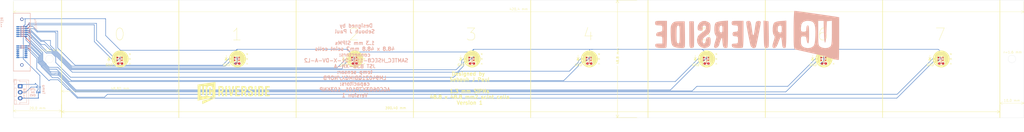
<source format=kicad_pcb>
(kicad_pcb (version 20240108) (generator "pcbnew") (generator_version "8.0")
  (layers (0 "F.Cu" signal) (1 "In1.Cu" signal) (2 "In2.Cu" signal) (31 "B.Cu" signal) (34 "B.Paste" user) (35 "F.Paste" user) (36 "B.SilkS" user "B.Silkscreen") (37 "F.SilkS" user "F.Silkscreen") (38 "B.Mask" user) (39 "F.Mask" user) (44 "Edge.Cuts" user))
  (net 0 "")
  (net 1 "GND")
  (net 2 "K0")
  (net 3 "A0")
  (net 4 "K1")
  (net 5 "A1")
  (net 6 "K2")
  (net 7 "A2")
  (net 8 "K3")
  (net 9 "A3")
  (net 10 "K4")
  (net 11 "A4")
  (net 12 "K5")
  (net 13 "A5")
  (net 14 "K6")
  (net 15 "A6")
  (net 16 "K7")
  (net 17 "A7")
  (net 18 "HV")
  (net 19 "TEMP_OUT")
  (footprint "SiPM:S14160-1315PS_dimple_silkscreen_with_capacitor" (layer "F.Cu") (at 232.5 83)
    (property "Reference" "REF**24" (hide yes))
    (property "Value" "S14160-3015PS" (hide yes))
    (fp_text user "GND" (at -6.15 3.05 0) (layer "F.SilkS") (effects (justify left bottom)))
    (pad "1" smd rect (at 0.7525 -0.55) (size 0.7 0.7) (layers "F.Cu" "F.Paste" "F.Mask"))
    (pad "4" smd rect (at 0.7525 0.55) (size 0.7 0.7) (layers "F.Cu" "F.Paste" "F.Mask"))
    (pad "7" thru_hole circle (at -2.85 -0.8) (size 0.8 0.8) (drill 0.4) (layers "*.Cu") (net 10 "K4"))
    (pad "7" smd rect (at -2.05 -0.75) (size 1.1 0.2) (layers "F.Cu") (net 10 "K4"))
    (pad "7" smd rect (at -1.2725 -0.55) (size 0.7 0.7) (layers "F.Cu" "F.Paste" "F.Mask") (net 10 "K4"))
    (pad "7" smd rect (at -0.5 -0.55) (size 1.2 0.2) (layers "F.Cu") (net 10 "K4"))
    (pad "7" smd rect (at 0 0.6) (size 0.2 2.5) (layers "F.Cu") (net 10 "K4"))
    (pad "7" smd rect (at 0.325 1.9) (size 0.85 0.2) (layers "F.Cu") (net 10 "K4"))
    (pad "7" smd roundrect (at 0.775 1.9) (size 0.9 0.95) (layers "F.Cu" "F.Paste" "F.Mask") (net 10 "K4"))
    (pad "8" thru_hole circle (at -2.85 0.7) (size 0.8 0.8) (drill 0.4) (layers "*.Cu") (net 11 "A4"))
    (pad "8" smd rect (at -2.05 0.65) (size 1.1 0.2) (layers "F.Cu") (net 11 "A4"))
    (pad "8" smd rect (at -1.2725 0.55) (size 0.7 0.7) (layers "F.Cu" "F.Paste" "F.Mask") (net 11 "A4"))
    (pad "9" thru_hole circle (at -2.3 1.9) (size 0.8 0.8) (drill 0.4) (layers "*.Cu") (net 1 "GND"))
    (pad "9" smd rect (at -1.55 1.95) (size 1.05 0.2) (layers "F.Cu") (net 1 "GND"))
    (pad "9" smd roundrect (at -0.775 1.9) (size 0.9 0.95) (layers "F.Cu" "F.Paste" "F.Mask") (net 1 "GND"))
  )
  (footprint "SiPM:S14160-1315PS_dimple_silkscreen_with_capacitor" (layer "F.Cu") (at 378.9 83)
    (property "Reference" "REF**47" (hide yes))
    (property "Value" "S14160-3015PS" (hide yes))
    (fp_text user "GND" (at -6.15 3.05 0) (layer "F.SilkS") (effects (justify left bottom)))
    (pad "1" smd rect (at 0.7525 -0.55) (size 0.7 0.7) (layers "F.Cu" "F.Paste" "F.Mask"))
    (pad "4" smd rect (at 0.7525 0.55) (size 0.7 0.7) (layers "F.Cu" "F.Paste" "F.Mask"))
    (pad "7" thru_hole circle (at -2.85 -0.8) (size 0.8 0.8) (drill 0.4) (layers "*.Cu") (net 16 "K7"))
    (pad "7" smd rect (at -2.05 -0.75) (size 1.1 0.2) (layers "F.Cu") (net 16 "K7"))
    (pad "7" smd rect (at -1.2725 -0.55) (size 0.7 0.7) (layers "F.Cu" "F.Paste" "F.Mask") (net 16 "K7"))
    (pad "7" smd rect (at -0.5 -0.55) (size 1.2 0.2) (layers "F.Cu") (net 16 "K7"))
    (pad "7" smd rect (at 0 0.6) (size 0.2 2.5) (layers "F.Cu") (net 16 "K7"))
    (pad "7" smd rect (at 0.325 1.9) (size 0.85 0.2) (layers "F.Cu") (net 16 "K7"))
    (pad "7" smd roundrect (at 0.775 1.9) (size 0.9 0.95) (layers "F.Cu" "F.Paste" "F.Mask") (net 16 "K7"))
    (pad "8" thru_hole circle (at -2.85 0.7) (size 0.8 0.8) (drill 0.4) (layers "*.Cu") (net 17 "A7"))
    (pad "8" smd rect (at -2.05 0.65) (size 1.1 0.2) (layers "F.Cu") (net 17 "A7"))
    (pad "8" smd rect (at -1.2725 0.55) (size 0.7 0.7) (layers "F.Cu" "F.Paste" "F.Mask") (net 17 "A7"))
    (pad "9" thru_hole circle (at -2.3 1.9) (size 0.8 0.8) (drill 0.4) (layers "*.Cu") (net 1 "GND"))
    (pad "9" smd rect (at -1.55 1.95) (size 1.05 0.2) (layers "F.Cu") (net 1 "GND"))
    (pad "9" smd roundrect (at -0.775 1.9) (size 0.9 0.95) (layers "F.Cu" "F.Paste" "F.Mask") (net 1 "GND"))
  )
  (footprint "SiPM:S14160-1315PS_dimple_silkscreen_with_capacitor" (layer "F.Cu") (at 134.9 83)
    (property "Reference" "REF**22" (hide yes))
    (property "Value" "S14160-3015PS" (hide yes))
    (fp_text user "GND" (at -6.15 3.05 0) (layer "F.SilkS") (effects (justify left bottom)))
    (pad "1" smd rect (at 0.7525 -0.55) (size 0.7 0.7) (layers "F.Cu" "F.Paste" "F.Mask"))
    (pad "4" smd rect (at 0.7525 0.55) (size 0.7 0.7) (layers "F.Cu" "F.Paste" "F.Mask"))
    (pad "7" thru_hole circle (at -2.85 -0.8) (size 0.8 0.8) (drill 0.4) (layers "*.Cu") (net 6 "K2"))
    (pad "7" smd rect (at -2.05 -0.75) (size 1.1 0.2) (layers "F.Cu") (net 6 "K2"))
    (pad "7" smd rect (at -1.2725 -0.55) (size 0.7 0.7) (layers "F.Cu" "F.Paste" "F.Mask") (net 6 "K2"))
    (pad "7" smd rect (at -0.5 -0.55) (size 1.2 0.2) (layers "F.Cu") (net 6 "K2"))
    (pad "7" smd rect (at 0 0.6) (size 0.2 2.5) (layers "F.Cu") (net 6 "K2"))
    (pad "7" smd rect (at 0.325 1.9) (size 0.85 0.2) (layers "F.Cu") (net 6 "K2"))
    (pad "7" smd roundrect (at 0.775 1.9) (size 0.9 0.95) (layers "F.Cu" "F.Paste" "F.Mask") (net 6 "K2"))
    (pad "8" thru_hole circle (at -2.85 0.7) (size 0.8 0.8) (drill 0.4) (layers "*.Cu") (net 7 "A2"))
    (pad "8" smd rect (at -2.05 0.65) (size 1.1 0.2) (layers "F.Cu") (net 7 "A2"))
    (pad "8" smd rect (at -1.2725 0.55) (size 0.7 0.7) (layers "F.Cu" "F.Paste" "F.Mask") (net 7 "A2"))
    (pad "9" thru_hole circle (at -2.3 1.9) (size 0.8 0.8) (drill 0.4) (layers "*.Cu") (net 1 "GND"))
    (pad "9" smd rect (at -1.55 1.95) (size 1.05 0.2) (layers "F.Cu") (net 1 "GND"))
    (pad "9" smd roundrect (at -0.775 1.9) (size 0.9 0.95) (layers "F.Cu" "F.Paste" "F.Mask") (net 1 "GND"))
  )
  (footprint "Symbol:UCR_Logo_3cm" (layer "F.Cu") (at 84.5 97.2)
    (property "Reference" "G***" (hide yes))
    (property "Value" "LOGO" (hide yes))
  )
  (footprint "SiPM:S14160-1315PS_dimple_silkscreen_with_capacitor" (layer "F.Cu") (at 183.7 83)
    (property "Reference" "REF**23" (hide yes))
    (property "Value" "S14160-3015PS" (hide yes))
    (fp_text user "GND" (at -6.15 3.05 0) (layer "F.SilkS") (effects (justify left bottom)))
    (pad "1" smd rect (at 0.7525 -0.55) (size 0.7 0.7) (layers "F.Cu" "F.Paste" "F.Mask"))
    (pad "4" smd rect (at 0.7525 0.55) (size 0.7 0.7) (layers "F.Cu" "F.Paste" "F.Mask"))
    (pad "7" thru_hole circle (at -2.85 -0.8) (size 0.8 0.8) (drill 0.4) (layers "*.Cu") (net 8 "K3"))
    (pad "7" smd rect (at -2.05 -0.75) (size 1.1 0.2) (layers "F.Cu") (net 8 "K3"))
    (pad "7" smd rect (at -1.2725 -0.55) (size 0.7 0.7) (layers "F.Cu" "F.Paste" "F.Mask") (net 8 "K3"))
    (pad "7" smd rect (at -0.5 -0.55) (size 1.2 0.2) (layers "F.Cu") (net 8 "K3"))
    (pad "7" smd rect (at 0 0.6) (size 0.2 2.5) (layers "F.Cu") (net 8 "K3"))
    (pad "7" smd rect (at 0.325 1.9) (size 0.85 0.2) (layers "F.Cu") (net 8 "K3"))
    (pad "7" smd roundrect (at 0.775 1.9) (size 0.9 0.95) (layers "F.Cu" "F.Paste" "F.Mask") (net 8 "K3"))
    (pad "8" thru_hole circle (at -2.85 0.7) (size 0.8 0.8) (drill 0.4) (layers "*.Cu") (net 9 "A3"))
    (pad "8" smd rect (at -2.05 0.65) (size 1.1 0.2) (layers "F.Cu") (net 9 "A3"))
    (pad "8" smd rect (at -1.2725 0.55) (size 0.7 0.7) (layers "F.Cu" "F.Paste" "F.Mask") (net 9 "A3"))
    (pad "9" thru_hole circle (at -2.3 1.9) (size 0.8 0.8) (drill 0.4) (layers "*.Cu") (net 1 "GND"))
    (pad "9" smd rect (at -1.55 1.95) (size 1.05 0.2) (layers "F.Cu") (net 1 "GND"))
    (pad "9" smd roundrect (at -0.775 1.9) (size 0.9 0.95) (layers "F.Cu" "F.Paste" "F.Mask") (net 1 "GND"))
  )
  (footprint "SiPM:S14160-1315PS_dimple_silkscreen_with_capacitor" (layer "F.Cu") (at 330.1 83)
    (property "Reference" "REF**46" (hide yes))
    (property "Value" "S14160-3015PS" (hide yes))
    (fp_text user "GND" (at -6.15 3.05 0) (layer "F.SilkS") (effects (justify left bottom)))
    (pad "1" smd rect (at 0.7525 -0.55) (size 0.7 0.7) (layers "F.Cu" "F.Paste" "F.Mask"))
    (pad "4" smd rect (at 0.7525 0.55) (size 0.7 0.7) (layers "F.Cu" "F.Paste" "F.Mask"))
    (pad "7" thru_hole circle (at -2.85 -0.8) (size 0.8 0.8) (drill 0.4) (layers "*.Cu") (net 14 "K6"))
    (pad "7" smd rect (at -2.05 -0.75) (size 1.1 0.2) (layers "F.Cu") (net 14 "K6"))
    (pad "7" smd rect (at -1.2725 -0.55) (size 0.7 0.7) (layers "F.Cu" "F.Paste" "F.Mask") (net 14 "K6"))
    (pad "7" smd rect (at -0.5 -0.55) (size 1.2 0.2) (layers "F.Cu") (net 14 "K6"))
    (pad "7" smd rect (at 0 0.6) (size 0.2 2.5) (layers "F.Cu") (net 14 "K6"))
    (pad "7" smd rect (at 0.325 1.9) (size 0.85 0.2) (layers "F.Cu") (net 14 "K6"))
    (pad "7" smd roundrect (at 0.775 1.9) (size 0.9 0.95) (layers "F.Cu" "F.Paste" "F.Mask") (net 14 "K6"))
    (pad "8" thru_hole circle (at -2.85 0.7) (size 0.8 0.8) (drill 0.4) (layers "*.Cu") (net 15 "A6"))
    (pad "8" smd rect (at -2.05 0.65) (size 1.1 0.2) (layers "F.Cu") (net 15 "A6"))
    (pad "8" smd rect (at -1.2725 0.55) (size 0.7 0.7) (layers "F.Cu" "F.Paste" "F.Mask") (net 15 "A6"))
    (pad "9" thru_hole circle (at -2.3 1.9) (size 0.8 0.8) (drill 0.4) (layers "*.Cu") (net 1 "GND"))
    (pad "9" smd rect (at -1.55 1.95) (size 1.05 0.2) (layers "F.Cu") (net 1 "GND"))
    (pad "9" smd roundrect (at -0.775 1.9) (size 0.9 0.95) (layers "F.Cu" "F.Paste" "F.Mask") (net 1 "GND"))
  )
  (footprint "SiPM:S14160-1315PS_dimple_silkscreen_with_capacitor" (layer "F.Cu") (at 37.3 83)
    (property "Reference" "REF**20" (hide yes))
    (property "Value" "S14160-3015PS" (hide yes))
    (fp_text user "GND" (at -6.15 3.05 0) (layer "F.SilkS") (effects (justify left bottom)))
    (pad "1" smd rect (at 0.7525 -0.55) (size 0.7 0.7) (layers "F.Cu" "F.Paste" "F.Mask"))
    (pad "4" smd rect (at 0.7525 0.55) (size 0.7 0.7) (layers "F.Cu" "F.Paste" "F.Mask"))
    (pad "7" thru_hole circle (at -2.85 -0.8) (size 0.8 0.8) (drill 0.4) (layers "*.Cu") (net 2 "K0"))
    (pad "7" smd rect (at -2.05 -0.75) (size 1.1 0.2) (layers "F.Cu") (net 2 "K0"))
    (pad "7" smd rect (at -1.2725 -0.55) (size 0.7 0.7) (layers "F.Cu" "F.Paste" "F.Mask") (net 2 "K0"))
    (pad "7" smd rect (at -0.5 -0.55) (size 1.2 0.2) (layers "F.Cu") (net 2 "K0"))
    (pad "7" smd rect (at 0 0.6) (size 0.2 2.5) (layers "F.Cu") (net 2 "K0"))
    (pad "7" smd rect (at 0.325 1.9) (size 0.85 0.2) (layers "F.Cu") (net 2 "K0"))
    (pad "7" smd roundrect (at 0.775 1.9) (size 0.9 0.95) (layers "F.Cu" "F.Paste" "F.Mask") (net 2 "K0"))
    (pad "8" thru_hole circle (at -2.85 0.7) (size 0.8 0.8) (drill 0.4) (layers "*.Cu") (net 3 "A0"))
    (pad "8" smd rect (at -2.05 0.65) (size 1.1 0.2) (layers "F.Cu") (net 3 "A0"))
    (pad "8" smd rect (at -1.2725 0.55) (size 0.7 0.7) (layers "F.Cu" "F.Paste" "F.Mask") (net 3 "A0"))
    (pad "9" thru_hole circle (at -2.3 1.9) (size 0.8 0.8) (drill 0.4) (layers "*.Cu") (net 1 "GND"))
    (pad "9" smd rect (at -1.55 1.95) (size 1.05 0.2) (layers "F.Cu") (net 1 "GND"))
    (pad "9" smd roundrect (at -0.775 1.9) (size 0.9 0.95) (layers "F.Cu" "F.Paste" "F.Mask") (net 1 "GND"))
  )
  (footprint "SiPM:S14160-1315PS_dimple_silkscreen_with_capacitor" (layer "F.Cu") (at 86.1 83)
    (property "Reference" "REF**21" (hide yes))
    (property "Value" "S14160-3015PS" (hide yes))
    (fp_text user "GND" (at -6.15 3.05 0) (layer "F.SilkS") (effects (justify left bottom)))
    (pad "1" smd rect (at 0.7525 -0.55) (size 0.7 0.7) (layers "F.Cu" "F.Paste" "F.Mask"))
    (pad "4" smd rect (at 0.7525 0.55) (size 0.7 0.7) (layers "F.Cu" "F.Paste" "F.Mask"))
    (pad "7" thru_hole circle (at -2.85 -0.8) (size 0.8 0.8) (drill 0.4) (layers "*.Cu") (net 4 "K1"))
    (pad "7" smd rect (at -2.05 -0.75) (size 1.1 0.2) (layers "F.Cu") (net 4 "K1"))
    (pad "7" smd rect (at -1.2725 -0.55) (size 0.7 0.7) (layers "F.Cu" "F.Paste" "F.Mask") (net 4 "K1"))
    (pad "7" smd rect (at -0.5 -0.55) (size 1.2 0.2) (layers "F.Cu") (net 4 "K1"))
    (pad "7" smd rect (at 0 0.6) (size 0.2 2.5) (layers "F.Cu") (net 4 "K1"))
    (pad "7" smd rect (at 0.325 1.9) (size 0.85 0.2) (layers "F.Cu") (net 4 "K1"))
    (pad "7" smd roundrect (at 0.775 1.9) (size 0.9 0.95) (layers "F.Cu" "F.Paste" "F.Mask") (net 4 "K1"))
    (pad "8" thru_hole circle (at -2.85 0.7) (size 0.8 0.8) (drill 0.4) (layers "*.Cu") (net 5 "A1"))
    (pad "8" smd rect (at -2.05 0.65) (size 1.1 0.2) (layers "F.Cu") (net 5 "A1"))
    (pad "8" smd rect (at -1.2725 0.55) (size 0.7 0.7) (layers "F.Cu" "F.Paste" "F.Mask") (net 5 "A1"))
    (pad "9" thru_hole circle (at -2.3 1.9) (size 0.8 0.8) (drill 0.4) (layers "*.Cu") (net 1 "GND"))
    (pad "9" smd rect (at -1.55 1.95) (size 1.05 0.2) (layers "F.Cu") (net 1 "GND"))
    (pad "9" smd roundrect (at -0.775 1.9) (size 0.9 0.95) (layers "F.Cu" "F.Paste" "F.Mask") (net 1 "GND"))
  )
  (footprint "SiPM:S14160-1315PS_dimple_silkscreen_with_capacitor" (layer "F.Cu") (at 281.3 83)
    (property "Reference" "REF**45" (hide yes))
    (property "Value" "S14160-3015PS" (hide yes))
    (fp_text user "GND" (at -6.15 3.05 0) (layer "F.SilkS") (effects (justify left bottom)))
    (pad "1" smd rect (at 0.7525 -0.55) (size 0.7 0.7) (layers "F.Cu" "F.Paste" "F.Mask"))
    (pad "4" smd rect (at 0.7525 0.55) (size 0.7 0.7) (layers "F.Cu" "F.Paste" "F.Mask"))
    (pad "7" thru_hole circle (at -2.85 -0.8) (size 0.8 0.8) (drill 0.4) (layers "*.Cu") (net 12 "K5"))
    (pad "7" smd rect (at -2.05 -0.75) (size 1.1 0.2) (layers "F.Cu") (net 12 "K5"))
    (pad "7" smd rect (at -1.2725 -0.55) (size 0.7 0.7) (layers "F.Cu" "F.Paste" "F.Mask") (net 12 "K5"))
    (pad "7" smd rect (at -0.5 -0.55) (size 1.2 0.2) (layers "F.Cu") (net 12 "K5"))
    (pad "7" smd rect (at 0 0.6) (size 0.2 2.5) (layers "F.Cu") (net 12 "K5"))
    (pad "7" smd rect (at 0.325 1.9) (size 0.85 0.2) (layers "F.Cu") (net 12 "K5"))
    (pad "7" smd roundrect (at 0.775 1.9) (size 0.9 0.95) (layers "F.Cu" "F.Paste" "F.Mask") (net 12 "K5"))
    (pad "8" thru_hole circle (at -2.85 0.7) (size 0.8 0.8) (drill 0.4) (layers "*.Cu") (net 13 "A5"))
    (pad "8" smd rect (at -2.05 0.65) (size 1.1 0.2) (layers "F.Cu") (net 13 "A5"))
    (pad "8" smd rect (at -1.2725 0.55) (size 0.7 0.7) (layers "F.Cu" "F.Paste" "F.Mask") (net 13 "A5"))
    (pad "9" thru_hole circle (at -2.3 1.9) (size 0.8 0.8) (drill 0.4) (layers "*.Cu") (net 1 "GND"))
    (pad "9" smd rect (at -1.55 1.95) (size 1.05 0.2) (layers "F.Cu") (net 1 "GND"))
    (pad "9" smd roundrect (at -0.775 1.9) (size 0.9 0.95) (layers "F.Cu" "F.Paste" "F.Mask") (net 1 "GND"))
  )
  (footprint "Sensor:LM94021QBIMG-NOPB" (layer "B.Cu") (at 3.25 95.8 180)
    (property "Reference" "REF**" (hide yes))
    (property "Value" "LM94021QBIMG-NOPB")
    (pad "1" smd roundrect (at -0.65 -1.1 180) (size 0.35 0.85) (layers "B.Cu" "B.Paste" "B.Mask") (net 1 "GND"))
    (pad "2" smd roundrect (at 0 -1.1 180) (size 0.35 0.85) (layers "B.Cu" "B.Paste" "B.Mask") (net 1 "GND"))
    (pad "3" smd roundrect (at 0.65 -1.1 180) (size 0.35 0.85) (layers "B.Cu" "B.Paste" "B.Mask") (net 19 "TEMP_OUT"))
    (pad "4" smd roundrect (at 0.65 1.1 180) (size 0.35 0.85) (layers "B.Cu" "B.Paste" "B.Mask") (net 18 "HV"))
    (pad "5" smd roundrect (at -0.65 1.1 180) (size 0.35 0.85) (layers "B.Cu" "B.Paste" "B.Mask") (net 1 "GND"))
  )
  (footprint "Symbol:UCR_logo_10cm" (layer "B.Cu") (at 298.9 75.1 180)
    (property "Reference" "G***" (hide yes))
    (property "Value" "LOGO" (hide yes))
  )
  (footprint "Connector_Samtec_HSEC8:SAMTEC_HSEC8-113-01-X-DV-A-L2" (layer "B.Cu") (at -3.6 76 -90)
    (property "Reference" "REF**" (at -8.255 8.255 90) (layer "B.SilkS") (effects (justify mirror)))
    (property "Value" "SAMTEC_HSEC8-113-01-X-DV-A-L2")
    (pad "" np_thru_hole circle (at -10.745 -1.5 270) (size 1.27 1.27) (drill 1.27) (layers "*.Cu" "*.Mask"))
    (pad "" np_thru_hole circle (at 10.745 -1.5 270) (size 1.27 1.27) (drill 1.27) (layers "*.Cu" "*.Mask"))
    (pad "01" smd rect (at -6.4 -1.7 270) (size 0.5 1.2) (layers "B.Cu" "B.Paste" "B.Mask") (net 3 "A0"))
    (pad "02" smd rect (at -6.4 1.7 270) (size 0.5 1.2) (layers "B.Cu" "B.Paste" "B.Mask") (net 2 "K0"))
    (pad "02" smd rect (at -5.6 -1.7 270) (size 0.5 1.2) (layers "B.Cu" "B.Paste" "B.Mask") (net 5 "A1"))
    (pad "04" smd rect (at -5.6 1.7 270) (size 0.5 1.2) (layers "B.Cu" "B.Paste" "B.Mask") (net 4 "K1"))
    (pad "05" smd rect (at -4.8 -1.7 270) (size 0.5 1.2) (layers "B.Cu" "B.Paste" "B.Mask") (net 7 "A2"))
    (pad "06" smd rect (at -4.8 1.7 270) (size 0.5 1.2) (layers "B.Cu" "B.Paste" "B.Mask") (net 6 "K2"))
    (pad "07" smd rect (at -4 -1.7 270) (size 0.5 1.2) (layers "B.Cu" "B.Paste" "B.Mask") (net 9 "A3"))
    (pad "08" smd rect (at -4 1.7 270) (size 0.5 1.2) (layers "B.Cu" "B.Paste" "B.Mask") (net 8 "K3"))
    (pad "09" smd rect (at -3.2 -1.7 270) (size 0.5 1.2) (layers "B.Cu" "B.Paste" "B.Mask") (net 11 "A4"))
    (pad "10" smd rect (at -3.2 1.7 270) (size 0.5 1.2) (layers "B.Cu" "B.Paste" "B.Mask") (net 10 "K4"))
    (pad "11" smd rect (at -2.4 -1.7 270) (size 0.5 1.2) (layers "B.Cu" "B.Paste" "B.Mask") (net 13 "A5"))
    (pad "12" smd rect (at -2.4 1.7 270) (size 0.5 1.2) (layers "B.Cu" "B.Paste" "B.Mask") (net 12 "K5"))
    (pad "13" smd rect (at 1.6 -1.7 270) (size 0.5 1.2) (layers "B.Cu" "B.Paste" "B.Mask") (net 15 "A6"))
    (pad "14" smd rect (at 1.6 1.7 270) (size 0.5 1.2) (layers "B.Cu" "B.Paste" "B.Mask") (net 14 "K6"))
    (pad "15" smd rect (at 2.4 -1.7 270) (size 0.5 1.2) (layers "B.Cu" "B.Paste" "B.Mask") (net 17 "A7"))
    (pad "16" smd rect (at 2.4 1.7 270) (size 0.5 1.2) (layers "B.Cu" "B.Paste" "B.Mask") (net 16 "K7"))
    (pad "17" smd rect (at 3.2 -1.7 270) (size 0.5 1.2) (layers "B.Cu" "B.Paste" "B.Mask") (net 1 "GND"))
    (pad "18" smd rect (at 3.2 1.7 270) (size 0.5 1.2) (layers "B.Cu" "B.Paste" "B.Mask") (net 1 "GND"))
    (pad "19" smd rect (at 4 -1.7 270) (size 0.5 1.2) (layers "B.Cu" "B.Paste" "B.Mask") (net 1 "GND"))
    (pad "20" smd rect (at 4 1.7 270) (size 0.5 1.2) (layers "B.Cu" "B.Paste" "B.Mask") (net 1 "GND"))
    (pad "21" smd rect (at 4.8 -1.7 270) (size 0.5 1.2) (layers "B.Cu" "B.Paste" "B.Mask") (net 1 "GND"))
    (pad "22" smd rect (at 4.8 1.7 270) (size 0.5 1.2) (layers "B.Cu" "B.Paste" "B.Mask") (net 1 "GND"))
    (pad "23" smd rect (at 5.6 -1.7 270) (size 0.5 1.2) (layers "B.Cu" "B.Paste" "B.Mask") (net 1 "GND"))
    (pad "24" smd rect (at 5.6 1.7 270) (size 0.5 1.2) (layers "B.Cu" "B.Paste" "B.Mask") (net 1 "GND"))
    (pad "25" smd rect (at 6.4 -1.7 270) (size 0.5 1.2) (layers "B.Cu" "B.Paste" "B.Mask") (net 1 "GND"))
    (pad "26" smd rect (at 6.4 1.7 270) (size 0.5 1.2) (layers "B.Cu" "B.Paste" "B.Mask") (net 1 "GND"))
    (pad "S1" thru_hole circle (at -9.495 0 270) (size 1.348 1.348) (drill 0.84) (layers "*.Cu" "*.Mask"))
    (pad "S2" thru_hole circle (at 9.495 0 270) (size 1.348 1.348) (drill 0.84) (layers "*.Cu" "*.Mask"))
  )
  (footprint "Connector_JST:JST_XH_B3B-XH-A_1x03_P2.50mm_Vertical" (layer "B.Cu") (at -4.3 94.334936 -90)
    (property "Reference" "REF**" (at 2.965064 -1.884936 90) (layer "B.SilkS") (effects (justify mirror)))
    (property "Value" "JST_XH_B3B-XH-A_1x03_P2.50mm_Vertical")
    (pad "1" thru_hole roundrect (at 0 0 270) (size 1.7 1.95) (drill 0.95) (layers "*.Cu" "*.Mask") (roundrect_rratio 0.1470588235) (net 19 "TEMP_OUT"))
    (pad "2" thru_hole oval (at 2.5 0 270) (size 1.7 1.95) (drill 0.95) (layers "*.Cu" "*.Mask") (net 18 "HV"))
    (pad "3" thru_hole oval (at 5 0 270) (size 1.7 1.95) (drill 0.95) (layers "*.Cu" "*.Mask") (net 1 "GND"))
  )
  (gr_line (start 256.9 58.6) (end 256.9 107.4) (stroke (width 0.25)) (layer "F.SilkS"))
  (gr_line (start 159.3 58.6) (end 159.3 107.4) (stroke (width 0.25)) (layer "F.SilkS"))
  (gr_line (start 12.9 107.4) (end 12.9 58.6) (stroke (width 0.25)) (layer "F.SilkS"))
  (gr_line (start 208.1 58.6) (end 208.1 107.4) (stroke (width 0.25)) (layer "F.SilkS"))
  (gr_line (start 403.3 104.950324) (end 403.3 107.4) (stroke (width 0.1)) (layer "F.SilkS"))
  (gr_line (start 403.3 107.4) (end 403.3 58.6) (stroke (width 0.25)) (layer "F.SilkS"))
  (gr_line (start 305.7 58.6) (end 305.7 107.4) (stroke (width 0.25)) (layer "F.SilkS"))
  (gr_line (start 110.5 58.6) (end 110.5 107.4) (stroke (width 0.25)) (layer "F.SilkS"))
  (gr_line (start 354.5 58.6) (end 354.5 107.4) (stroke (width 0.25)) (layer "F.SilkS"))
  (gr_line (start 61.7 58.6) (end 61.7 107.4) (stroke (width 0.25)) (layer "F.SilkS"))
  (gr_line (start 413.3 58.6) (end 413.3 107.4) (stroke (width 0.05)) (layer "Edge.Cuts"))
  (gr_circle (center 408.3 83) (end 409.9 83) (stroke (width 0.05)) (fill none) (layer "Edge.Cuts"))
  (gr_line (start -7.1 58.6) (end 413.3 58.6) (stroke (width 0.05)) (layer "Edge.Cuts"))
  (gr_line (start -7.1 58.6) (end -7.1 107.4) (stroke (width 0.05)) (layer "Edge.Cuts"))
  (gr_circle (center 7.9 83) (end 9.5 83) (stroke (width 0.05)) (fill none) (layer "Edge.Cuts"))
  (gr_line (start -7.1 107.4) (end 413.3 107.4) (stroke (width 0.05)) (layer "Edge.Cuts"))
  (gr_text "GND\nHV\nOUT" (at 0.95 96.8 180) (layer "B.SilkS") (effects (font (size 0.8 0.8)) (justify mirror)))
  (gr_text "Designed by \nSebouh J Paul\n\n1.3 mm SiPMs\n48.8 x 48.8 mm2 scint cells\nconnectors:\nSAMTEC_HSEC8-113-01-X-DV-A-L2 \nJST B3B-XH-A\ntemp sensor:\nLM94021QBIMGX/NOPB\ncapacitors:\nAGC0603X7R101-103KNP\nVersion 1" (at 134.9 83.65 0) (layer "B.SilkS") (effects (font (size 1.5 1.5) (thickness 0.3)) (justify mirror)))
  (gr_text "Temp" (at 5.45 95.7 -90) (layer "B.SilkS") (effects (font (size 1 1)) (justify mirror)))
  (gr_text "SiPMs" (at 1.4 70.8 -90) (layer "B.SilkS") (effects (font (size 1 1) (thickness 0.1)) (justify left bottom mirror)))
  (gr_text "3" (at 183.35 72.8 0) (layer "F.SilkS") (effects (font (size 5 5))))
  (gr_text "4" (at 232.1 72.8 0) (layer "F.SilkS") (effects (font (size 5 5))))
  (gr_text "Designed by \nSebouh J Paul\n\n1.3 mm SiPMs\n48.8 x 48.8 mm2 scint cells\nVersion 1" (at 182.7 95.2 -0) (layer "F.SilkS") (effects (font (size 1.5 1.5) (thickness 0.3))))
  (gr_text "1" (at 85.85 72.8 0) (layer "F.SilkS") (effects (font (size 5 5))))
  (gr_text "6" (at 329.7 72.8 0) (layer "F.SilkS") (effects (font (size 5 5))))
  (gr_text "7" (at 378.5 72.8 0) (layer "F.SilkS") (effects (font (size 5 5))))
  (gr_text "r=1.6 mm" (at 404.7 80.8 0) (layer "F.SilkS") (effects (font (size 1 1) (thickness 0.1)) (justify left bottom)))
  (gr_text "2" (at 134.6 72.8 0) (layer "F.SilkS") (effects (font (size 5 5))))
  (gr_text "r=1.6 mm" (at 4.2 79.9 0) (layer "F.SilkS") (effects (font (size 1 1) (thickness 0.1)) (justify left bottom)))
  (gr_text "0" (at 37.1 72.8 0) (layer "F.SilkS") (effects (font (size 5 5))))
  (gr_text "5" (at 280.9 72.8 0) (layer "F.SilkS") (effects (font (size 5 5))))
  (dimension (type aligned) (layer "F.SilkS") (pts (xy 12.9 101.462827) (xy -7.1 101.462827)) (height -3.137173) (gr_text "20.0 mm" (at 2.9 103.5 0) (layer "F.SilkS") (effects (font (size 1 1) (thickness 0.1)))) (format (prefix "") (suffix "") (units 3) (units_format 1) (precision 1)) (style (thickness 0.1) (arrow_length 1.27) (text_position_mode 0) (extension_height 0.58642) (extension_offset 0.5) keep_text_aligned))
  (dimension (type aligned) (layer "F.SilkS") (pts (xy 12.9 101.462827) (xy 403.3 101.462827)) (height 3.487497) (gr_text "390.40 mm" (at 151.9 103.4 0) (layer "F.SilkS") (effects (font (size 1 1) (thickness 0.15)))) (format (prefix "") (suffix "") (units 3) (units_format 1) (precision 2)) (style (thickness 0.15) (arrow_length 1.27) (text_position_mode 2) (extension_height 0.58642) (extension_offset 0.5) keep_text_aligned))
  (dimension (type aligned) (layer "F.SilkS") (pts (xy 413.3 58.6) (xy -7.1 58.6)) (height -4.8) (gr_text "420.4 mm" (at 203.1 62.3 0) (layer "F.SilkS") (effects (font (size 1 1) (thickness 0.1)))) (format (prefix "") (suffix "") (units 3) (units_format 1) (precision 1)) (style (thickness 0.1) (arrow_length 1.27) (text_position_mode 0) (extension_height 0.58642) (extension_offset 0.5) keep_text_aligned))
  (dimension (type aligned) (layer "F.SilkS") (pts (xy 252.8 107.4) (xy 252.8 58.6)) (height -8.6) (gr_text "48.8 mm" (at 244.3 81.869657 90) (layer "F.SilkS") (effects (font (size 1 1) (thickness 0.15)))) (format (prefix "") (suffix "") (units 3) (units_format 1) (precision 1)) (style (thickness 0.15) (arrow_length 1.27) (text_position_mode 2) (extension_height 0.58642) (extension_offset 0.5) keep_text_aligned))
  (dimension (type aligned) (layer "F.SilkS") (pts (xy 403.3 101.462827) (xy 413.3 101.462827)) (height -0.062826) (gr_text "10.0 mm" (at 408.3 100.300001 0) (layer "F.SilkS") (effects (font (size 1 1) (thickness 0.1)))) (format (prefix "") (suffix "") (units 3) (units_format 1) (precision 1)) (style (thickness 0.1) (arrow_length 1.27) (text_position_mode 0) (extension_height 0.58642) (extension_offset 0.5) keep_text_aligned))
  (dimension (type aligned) (layer "F.SilkS") (pts (xy 61.7 107.4) (xy 12.9 107.4)) (height 11) (gr_text "48.80 mm" (at 37.3 95.3 0) (layer "F.SilkS") (effects (font (size 1 1) (thickness 0.1)))) (format (prefix "") (suffix "") (units 3) (units_format 1) (precision 2)) (style (thickness 0.1) (arrow_length 1.27) (text_position_mode 0) (extension_height 0.58642) (extension_offset 0.5) keep_text_aligned))
  (segment (start -2.25 66.498) (end -2.25 68.75) (width 0.2) (layer "B.Cu") (net 1))
  (segment (start 328.8 84.9) (end 327.8 84.9) (width 0.2) (layer "B.Cu") (net 1))
  (segment (start 326.8 79) (end 377.7 79) (width 0.2) (layer "B.Cu") (net 1))
  (segment (start 233.3 79) (end 279.3 79) (width 0.2) (layer "B.Cu") (net 1))
  (segment (start 37.4 82.5) (end 37.4 79.4) (width 0.2) (layer "B.Cu") (net 1))
  (segment (start 184.3 79) (end 232.6 79) (width 0.2) (layer "B.Cu") (net 1))
  (segment (start 31.24 73.24) (end 31.24 66.38) (width 0.2) (layer "B.Cu") (net 1))
  (segment (start -3 83) (end 3.9 89.9) (width 0.2) (layer "B.Cu") (net 1))
  (segment (start 132.78995 80.1) (end 134.6 80.1) (width 0.2) (layer "B.Cu") (net 1))
  (segment (start 131.68995 79) (end 132.78995 80.1) (width 0.2) (layer "B.Cu") (net 1))
  (segment (start 83.8 84.9) (end 85.2 84.9) (width 0.2) (layer "B.Cu") (net 1))
  (segment (start 3.25 96.9) (end 3.9 96.9) (width 0.25) (layer "B.Cu") (net 1))
  (segment (start 232.6 82.5) (end 232.6 79) (width 0.2) (layer "B.Cu") (net 1))
  (segment (start 281.3 82.6) (end 279 84.9) (width 0.2) (layer "B.Cu") (net 1))
  (segment (start 134.6 82.9) (end 132.6 84.9) (width 0.2) (layer "B.Cu") (net 1))
  (segment (start 3.9 96.9) (end 3.9 94.7) (width 0.25) (layer "B.Cu") (net 1))
  (segment (start 279.3 79) (end 326.8 79) (width 0.2) (layer "B.Cu") (net 1))
  (segment (start 85.5 79.4) (end 85.9 79) (width 0.2) (layer "B.Cu") (net 1))
  (segment (start 326.88995 79) (end 330 82.11005) (width 0.2) (layer "B.Cu") (net 1))
  (segment (start -2.25 68.75) (end -2.55 69.05) (width 0.2) (layer "B.Cu") (net 1))
  (segment (start 31.24 66.38) (end 31.1 66.24) (width 0.2) (layer "B.Cu") (net 1))
  (segment (start -2.55 69.05) (end -2.8 69.05) (width 0.2) (layer "B.Cu") (net 1))
  (segment (start 233.3 79) (end 233.9 79) (width 0.2) (layer "B.Cu") (net 1))
  (segment (start -2.8 69.3) (end -3 69.5) (width 0.2) (layer "B.Cu") (net 1))
  (segment (start -2.508 66.24) (end -2.25 66.498) (width 0.2) (layer "B.Cu") (net 1))
  (segment (start 3.25 99.234936) (end 3.25 96.9) (width 0.25) (layer "B.Cu") (net 1))
  (segment (start 3.9 89.9) (end 3.9 94.7) (width 0.2) (layer "B.Cu") (net 1))
  (segment (start 279.5 79) (end 281.3 80.8) (width 0.2) (layer "B.Cu") (net 1))
  (segment (start -2.8 69.05) (end -2.8 69.3) (width 0.2) (layer "B.Cu") (net 1))
  (segment (start 377.7 79) (end 378.4 79.7) (width 0.2) (layer "B.Cu") (net 1))
  (segment (start -1.9 82.4) (end -1.9 79.2) (width 0.2) (layer "B.Cu") (net 1))
  (segment (start 330 83.7) (end 328.8 84.9) (width 0.2) (layer "B.Cu") (net 1))
  (segment (start 85.9 84.2) (end 85.2 84.9) (width 0.2) (layer "B.Cu") (net 1))
  (segment (start -3 69.5) (end -3 83) (width 0.2) (layer "B.Cu") (net 1))
  (segment (start 279.3 79) (end 279.5 79) (width 0.2) (layer "B.Cu") (net 1))
  (segment (start 134.6 80.1) (end 183.2 80.1) (width 0.2) (layer "B.Cu") (net 1))
  (segment (start 330 82.11005) (end 330 83.7) (width 0.2) (layer "B.Cu") (net 1))
  (segment (start 184.3 82) (end 184.3 79) (width 0.2) (layer "B.Cu") (net 1))
  (segment (start -5.3 82.4) (end -1.9 82.4) (width 0.2) (layer "B.Cu") (net 1))
  (segment (start 37.4 79.4) (end 31.24 73.24) (width 0.2) (layer "B.Cu") (net 1))
  (segment (start 31.1 66.24) (end -2.508 66.24) (width 0.2) (layer "B.Cu") (net 1))
  (segment (start -5.3 79.2) (end -5.3 82.4) (width 0.2) (layer "B.Cu") (net 1))
  (segment (start 378.4 83.1) (end 376.6 84.9) (width 0.2) (layer "B.Cu") (net 1))
  (segment (start 181.4 84.9) (end 184.3 82) (width 0.2) (layer "B.Cu") (net 1))
  (segment (start 85.9 79) (end 131.68995 79) (width 0.2) (layer "B.Cu") (net 1))
  (segment (start 326.8 79) (end 326.88995 79) (width 0.2) (layer "B.Cu") (net 1))
  (segment (start 85.9 79) (end 85.9 84.2) (width 0.2) (layer "B.Cu") (net 1))
  (segment (start 37.4 79.4) (end 85.5 79.4) (width 0.2) (layer "B.Cu") (net 1))
  (segment (start 31.24 66.24) (end 31.1 66.24) (width 0.2) (layer "B.Cu") (net 1))
  (segment (start 378.4 79.7) (end 378.4 83.1) (width 0.2) (layer "B.Cu") (net 1))
  (segment (start 3.35 99.334936) (end 3.25 99.234936) (width 0.25) (layer "B.Cu") (net 1))
  (segment (start 35 84.9) (end 37.4 82.5) (width 0.2) (layer "B.Cu") (net 1))
  (segment (start 134.6 80.1) (end 134.6 82.9) (width 0.2) (layer "B.Cu") (net 1))
  (segment (start 281.3 80.8) (end 281.3 82.6) (width 0.2) (layer "B.Cu") (net 1))
  (segment (start 230.2 84.9) (end 232.6 82.5) (width 0.2) (layer "B.Cu") (net 1))
  (segment (start 3.35 99.334936) (end -3.834936 99.334936) (width 0.25) (layer "B.Cu") (net 1))
  (segment (start 183.2 80.1) (end 184.3 79) (width 0.2) (layer "B.Cu") (net 1))
  (segment (start 232.6 79) (end 233.3 79) (width 0.2) (layer "B.Cu") (net 1))
  (segment (start -1.9 69.6) (end -0.5 68.2) (width 0.2) (layer "F.Cu") (net 2))
  (segment (start -4 69.6) (end -1.9 69.6) (width 0.2) (layer "F.Cu") (net 2))
  (via (at -4 69.6) (size 0.6) (drill 0.3) (layers "F.Cu" "B.Cu") (net 2))
  (via (at -0.5 68.2) (size 0.6) (drill 0.3) (layers "F.Cu" "B.Cu") (net 2))
  (segment (start -5.3 69.6) (end -4 69.6) (width 0.2) (layer "B.Cu") (net 2))
  (segment (start 27.45 75.2) (end 34.45 82.2) (width 0.2) (layer "B.Cu") (net 2))
  (segment (start 27.45 68.2) (end 27.45 75.2) (width 0.2) (layer "B.Cu") (net 2))
  (segment (start -0.5 68.2) (end 27.45 68.2) (width 0.2) (layer "B.Cu") (net 2))
  (segment (start 26.55 75.8) (end 26.55 68.8) (width 0.2) (layer "B.Cu") (net 3))
  (segment (start 34.45 83.7) (end 26.55 75.8) (width 0.2) (layer "B.Cu") (net 3))
  (segment (start 26.55 68.8) (end -1.1 68.8) (width 0.2) (layer "B.Cu") (net 3))
  (segment (start -1.1 68.8) (end -1.9 69.6) (width 0.2) (layer "B.Cu") (net 3))
  (segment (start -1.3 70.4) (end -0.3 69.4) (width 0.2) (layer "F.Cu") (net 4))
  (segment (start -4 70.4) (end -1.3 70.4) (width 0.2) (layer "F.Cu") (net 4))
  (via (at -4 70.4) (size 0.6) (drill 0.3) (layers "F.Cu" "B.Cu") (net 4))
  (via (at -0.3 69.4) (size 0.6) (drill 0.3) (layers "F.Cu" "B.Cu") (net 4))
  (segment (start 11.3 78.4) (end 18.5 85.6) (width 0.2) (layer "B.Cu") (net 4))
  (segment (start 79.85 85.6) (end 83.25 82.2) (width 0.2) (layer "B.Cu") (net 4))
  (segment (start 11.3 78.4) (end 11.3 71.4) (width 0.2) (layer "B.Cu") (net 4))
  (segment (start 0.9 69.4) (end 2.9 71.4) (width 0.2) (layer "B.Cu") (net 4))
  (segment (start -0.3 69.4) (end 0.9 69.4) (width 0.2) (layer "B.Cu") (net 4))
  (segment (start 2.9 71.4) (end 11.3 71.4) (width 0.2) (layer "B.Cu") (net 4))
  (segment (start -4 70.4) (end -5.3 70.4) (width 0.2) (layer "B.Cu") (net 4))
  (segment (start 18.5 85.6) (end 79.85 85.6) (width 0.2) (layer "B.Cu") (net 4))
  (segment (start 10.6 72.2) (end 10.6 79.5) (width 0.2) (layer "B.Cu") (net 5))
  (segment (start 10.2 71.8) (end 2.734314 71.8) (width 0.2) (layer "B.Cu") (net 5))
  (segment (start 80.95 86) (end 83.25 83.7) (width 0.2) (layer "B.Cu") (net 5))
  (segment (start 17.1 86) (end 80.95 86) (width 0.2) (layer "B.Cu") (net 5))
  (segment (start 2.734314 71.8) (end 1.334314 70.4) (width 0.2) (layer "B.Cu") (net 5))
  (segment (start 1.334314 70.4) (end -1.9 70.4) (width 0.2) (layer "B.Cu") (net 5))
  (segment (start 10.2 71.8) (end 10.6 72.2) (width 0.2) (layer "B.Cu") (net 5))
  (segment (start 10.6 79.5) (end 17.1 86) (width 0.2) (layer "B.Cu") (net 5))
  (segment (start -3.9 71.3) (end -0.6 71.3) (width 0.2) (layer "F.Cu") (net 6))
  (segment (start -0.6 71.3) (end -0.3 71) (width 0.2) (layer "F.Cu") (net 6))
  (segment (start -4 71.2) (end -3.9 71.3) (width 0.2) (layer "F.Cu") (net 6))
  (via (at -0.3 71) (size 0.6) (drill 0.3) (layers "F.Cu" "B.Cu") (net 6))
  (via (at -4 71.2) (size 0.6) (drill 0.3) (layers "F.Cu" "B.Cu") (net 6))
  (segment (start 4.459801 75.297058) (end 8.297058 75.297058) (width 0.2) (layer "B.Cu") (net 6))
  (segment (start -0.3 71) (end 0.162743 71) (width 0.2) (layer "B.Cu") (net 6))
  (segment (start -4 71.2) (end -5.3 71.2) (width 0.2) (layer "B.Cu") (net 6))
  (segment (start 8.297058 75.297058) (end 8.297058 77.397058) (width 0.2) (layer "B.Cu") (net 6))
  (segment (start 127.55 86.7) (end 132.05 82.2) (width 0.2) (layer "B.Cu") (net 6))
  (segment (start 10.2 79.665686) (end 17.234314 86.7) (width 0.2) (layer "B.Cu") (net 6))
  (segment (start 17.234314 86.7) (end 127.55 86.7) (width 0.2) (layer "B.Cu") (net 6))
  (segment (start 0.162743 71) (end 4.459801 75.297058) (width 0.2) (layer "B.Cu") (net 6))
  (segment (start 8.297058 77.397058) (end 10.2 79.3) (width 0.2) (layer "B.Cu") (net 6))
  (segment (start 10.2 79.3) (end 10.2 79.665686) (width 0.2) (layer "B.Cu") (net 6))
  (segment (start -0.300001 71.6) (end -0.424265 71.724264) (width 0.2) (layer "B.Cu") (net 7))
  (segment (start 4.294115 75.697058) (end 0.197057 71.6) (width 0.2) (layer "B.Cu") (net 7))
  (segment (start -0.9 71.248529) (end -0.9 71.2) (width 0.2) (layer "B.Cu") (net 7))
  (segment (start -0.424265 71.724264) (end -0.9 71.248529) (width 0.2) (layer "B.Cu") (net 7))
  (segment (start 0.197057 71.6) (end -0.300001 71.6) (width 0.2) (layer "B.Cu") (net 7))
  (segment (start 129.8 86.865685) (end 129.565685 87.1) (width 0.2) (layer "B.Cu") (net 7))
  (segment (start 17.068628 87.1) (end 5.665686 75.697058) (width 0.2) (layer "B.Cu") (net 7))
  (segment (start 132.05 83.7) (end 131.1 84.65) (width 0.2) (layer "B.Cu") (net 7))
  (segment (start -0.9 71.2) (end -1.9 71.2) (width 0.2) (layer "B.Cu") (net 7))
  (segment (start 129.8 85.95) (end 129.8 86.865685) (width 0.2) (layer "B.Cu") (net 7))
  (segment (start 132.05 83.7) (end 129.8 85.95) (width 0.2) (layer "B.Cu") (net 7))
  (segment (start 129.565685 87.1) (end 17.068628 87.1) (width 0.2) (layer "B.Cu") (net 7))
  (segment (start 5.665686 75.697058) (end 4.294115 75.697058) (width 0.2) (layer "B.Cu") (net 7))
  (segment (start -0.251472 72) (end -0.051472 72.2) (width 0.2) (layer "F.Cu") (net 8))
  (segment (start -4 72) (end -0.251472 72) (width 0.2) (layer "F.Cu") (net 8))
  (via (at -0.051472 72.2) (size 0.6) (drill 0.3) (layers "F.Cu" "B.Cu") (net 8))
  (via (at -4 72) (size 0.6) (drill 0.3) (layers "F.Cu" "B.Cu") (net 8))
  (segment (start -5.3 72) (end -4 72) (width 0.2) (layer "B.Cu") (net 8))
  (segment (start 7.965686 79.031372) (end 8.434314 79.031372) (width 0.2) (layer "B.Cu") (net 8))
  (segment (start -0.051472 72.482842) (end 4.465686 77) (width 0.2) (layer "B.Cu") (net 8))
  (segment (start 4.465686 77) (end 5.934314 77) (width 0.2) (layer "B.Cu") (net 8))
  (segment (start -0.051472 72.2) (end -0.051472 72.482842) (width 0.2) (layer "B.Cu") (net 8))
  (segment (start 177.05 87.5) (end 179.425 85.125) (width 0.2) (layer "B.Cu") (net 8))
  (segment (start 8.434314 79.031372) (end 16.902942 87.5) (width 0.2) (layer "B.Cu") (net 8))
  (segment (start 5.934314 77) (end 7.965686 79.031372) (width 0.2) (layer "B.Cu") (net 8))
  (segment (start 16.902942 87.5) (end 177.05 87.5) (width 0.2) (layer "B.Cu") (net 8))
  (segment (start 179.425 85.125) (end 179.425 83.625) (width 0.2) (layer "B.Cu") (net 8))
  (segment (start 179.425 83.625) (end 180.85 82.2) (width 0.2) (layer "B.Cu") (net 8))
  (segment (start -1.9 72) (end -1.100001 72) (width 0.2) (layer "B.Cu") (net 9))
  (segment (start 177.6 88.5) (end 180.1 86) (width 0.2) (layer "B.Cu") (net 9))
  (segment (start 17.337256 88.5) (end 177.6 88.5) (width 0.2) (layer "B.Cu") (net 9))
  (segment (start 6.899999 80) (end 8.837256 80) (width 0.2) (layer "B.Cu") (net 9))
  (segment (start 8.837256 80) (end 17.337256 88.5) (width 0.2) (layer "B.Cu") (net 9))
  (segment (start 180.1 86) (end 180.1 84.45) (width 0.2) (layer "B.Cu") (net 9))
  (segment (start -1.100001 72) (end 6.899999 80) (width 0.2) (layer "B.Cu") (net 9))
  (segment (start 180.1 84.45) (end 180.85 83.7) (width 0.2) (layer "B.Cu") (net 9))
  (segment (start -4 72.8) (end -1.2 72.8) (width 0.2) (layer "F.Cu") (net 10))
  (segment (start -1.2 72.8) (end 0.2 74.2) (width 0.2) (layer "F.Cu") (net 10))
  (segment (start 0.2 74.2) (end 0.3 74.3) (width 0.2) (layer "F.Cu") (net 10))
  (via (at 0.2 74.2) (size 0.6) (drill 0.3) (layers "F.Cu" "B.Cu") (net 10))
  (via (at -4 72.8) (size 0.6) (drill 0.3) (layers "F.Cu" "B.Cu") (net 10))
  (segment (start 10.5 84.5) (end 16.6 90.6) (width 0.2) (layer "B.Cu") (net 10))
  (segment (start 8.82157 80.55) (end 10.5 82.22843) (width 0.2) (layer "B.Cu") (net 10))
  (segment (start 10.5 82.22843) (end 10.5 84.5) (width 0.2) (layer "B.Cu") (net 10))
  (segment (start 227.85 84.45) (end 227.9 84.45) (width 0.2) (layer "B.Cu") (net 10))
  (segment (start 178.565686 88.1) (end 224.2 88.1) (width 0.2) (layer "B.Cu") (net 10))
  (segment (start -5.3 72.8) (end -4 72.8) (width 0.2) (layer "B.Cu") (net 10))
  (segment (start 224.2 88.1) (end 227.85 84.45) (width 0.2) (layer "B.Cu") (net 10))
  (segment (start 176.065686 90.6) (end 178.565686 88.1) (width 0.2) (layer "B.Cu") (net 10))
  (segment (start 227.9 83.95) (end 229.65 82.2) (width 0.2) (layer "B.Cu") (net 10))
  (segment (start 6.55 80.55) (end 8.82157 80.55) (width 0.2) (layer "B.Cu") (net 10))
  (segment (start 16.6 90.6) (end 176.065686 90.6) (width 0.2) (layer "B.Cu") (net 10))
  (segment (start 0.2 74.2) (end 6.55 80.55) (width 0.2) (layer "B.Cu") (net 10))
  (segment (start 227.9 84.45) (end 227.9 83.95) (width 0.2) (layer "B.Cu") (net 10))
  (segment (start -1.1 72.8) (end -1.9 72.8) (width 0.2) (layer "B.Cu") (net 11))
  (segment (start 6.5 85.302942) (end 6.5 85.07157) (width 0.2) (layer "B.Cu") (net 11))
  (segment (start 5.1 80.351471) (end -0.6 74.651471) (width 0.2) (layer "B.Cu") (net 11))
  (segment (start 7.697058 86.5) (end 6.5 85.302942) (width 0.2) (layer "B.Cu") (net 11))
  (segment (start -0.6 73.3) (end -1.1 72.8) (width 0.2) (layer "B.Cu") (net 11))
  (segment (start 16.9 92) (end 11.4 86.5) (width 0.2) (layer "B.Cu") (net 11))
  (segment (start 221.85 92) (end 16.9 92) (width 0.2) (layer "B.Cu") (net 11))
  (segment (start 227.9 85.95) (end 221.85 92) (width 0.2) (layer "B.Cu") (net 11))
  (segment (start 6.5 85.07157) (end 5.1 83.67157) (width 0.2) (layer "B.Cu") (net 11))
  (segment (start 227.9 85.45) (end 227.9 85.95) (width 0.2) (layer "B.Cu") (net 11))
  (segment (start -0.6 74.651471) (end -0.6 73.3) (width 0.2) (layer "B.Cu") (net 11))
  (segment (start 5.1 83.67157) (end 5.1 80.351471) (width 0.2) (layer "B.Cu") (net 11))
  (segment (start 229.65 83.7) (end 227.9 85.45) (width 0.2) (layer "B.Cu") (net 11))
  (segment (start 11.4 86.5) (end 7.697058 86.5) (width 0.2) (layer "B.Cu") (net 11))
  (segment (start -4 73.6) (end -2.5 73.6) (width 0.2) (layer "F.Cu") (net 12))
  (segment (start -2.5 73.6) (end -0.1 76) (width 0.2) (layer "F.Cu") (net 12))
  (via (at -4 73.6) (size 0.6) (drill 0.3) (layers "F.Cu" "B.Cu") (net 12))
  (via (at -0.1 76) (size 0.6) (drill 0.3) (layers "F.Cu" "B.Cu") (net 12))
  (segment (start 6.1 85.468628) (end 7.881372 87.25) (width 0.2) (layer "B.Cu") (net 12))
  (segment (start -5.3 73.6) (end -4 73.6) (width 0.2) (layer "B.Cu") (net 12))
  (segment (start 4.7 80.8) (end 4.7 83.837256) (width 0.2) (layer "B.Cu") (net 12))
  (segment (start 15.965686 92.4) (end 268.25 92.4) (width 0.2) (layer "B.Cu") (net 12))
  (segment (start 10.815686 87.25) (end 15.965686 92.4) (width 0.2) (layer "B.Cu") (net 12))
  (segment (start -0.1 76) (end 4.7 80.8) (width 0.2) (layer "B.Cu") (net 12))
  (segment (start 4.7 83.837256) (end 6.1 85.237256) (width 0.2) (layer "B.Cu") (net 12))
  (segment (start 7.881372 87.25) (end 10.815686 87.25) (width 0.2) (layer "B.Cu") (net 12))
  (segment (start 268.25 92.4) (end 278.45 82.2) (width 0.2) (layer "B.Cu") (net 12))
  (segment (start 6.1 85.237256) (end 6.1 85.468628) (width 0.2) (layer "B.Cu") (net 12))
  (segment (start 11.9 88.9) (end 11.4 88.4) (width 0.2) (layer "B.Cu") (net 13))
  (segment (start 5.7 85.634314) (end 5.7 85.402942) (width 0.2) (layer "B.Cu") (net 13))
  (segment (start -0.4 76.6) (end -1.9 75.1) (width 0.2) (layer "B.Cu") (net 13))
  (segment (start 4.3 80.965686) (end -0.065686 76.6) (width 0.2) (layer "B.Cu") (net 13))
  (segment (start 5.7 85.402942) (end 4.3 84.002942) (width 0.2) (layer "B.Cu") (net 13))
  (segment (start 266.25 95.9) (end 278.45 83.7) (width 0.2) (layer "B.Cu") (net 13))
  (segment (start 11.7 88.7) (end 18.9 95.9) (width 0.2) (layer "B.Cu") (net 13))
  (segment (start 4.3 84.002942) (end 4.3 80.965686) (width 0.2) (layer "B.Cu") (net 13))
  (segment (start -0.065686 76.6) (end -0.4 76.6) (width 0.2) (layer "B.Cu") (net 13))
  (segment (start 11.4 88.4) (end 8.465686 88.4) (width 0.2) (layer "B.Cu") (net 13))
  (segment (start -1.9 75.1) (end -1.9 73.6) (width 0.2) (layer "B.Cu") (net 13))
  (segment (start 8.465686 88.4) (end 5.7 85.634314) (width 0.2) (layer "B.Cu") (net 13))
  (segment (start 18.9 95.9) (end 266.25 95.9) (width 0.2) (layer "B.Cu") (net 13))
  (segment (start -4 77.6) (end -0.8 77.6) (width 0.2) (layer "F.Cu") (net 14))
  (segment (start -0.8 77.6) (end -0.4 77.2) (width 0.2) (layer "F.Cu") (net 14))
  (via (at -4 77.6) (size 0.6) (drill 0.3) (layers "F.Cu" "B.Cu") (net 14))
  (via (at -0.4 77.2) (size 0.6) (drill 0.3) (layers "F.Cu" "B.Cu") (net 14))
  (segment (start 3.9 84.168628) (end 5.3 85.568628) (width 0.2) (layer "B.Cu") (net 14))
  (segment (start 10.217157 89.082843) (end 11.517157 89.082843) (width 0.2) (layer "B.Cu") (net 14))
  (segment (start 327.25 82.2) (end 315.05 94.4) (width 0.2) (layer "B.Cu") (net 14))
  (segment (start 275.3 96.3) (end 18.734314 96.3) (width 0.2) (layer "B.Cu") (net 14))
  (segment (start 5.3 85.8) (end 8.7 89.2) (width 0.2) (layer "B.Cu") (net 14))
  (segment (start 5.3 85.568628) (end 5.3 85.8) (width 0.2) (layer "B.Cu") (net 14))
  (segment (start 10.1 89.2) (end 10.217157 89.082843) (width 0.2) (layer "B.Cu") (net 14))
  (segment (start -0.365686 77.2) (end 3.9 81.465686) (width 0.2) (layer "B.Cu") (net 14))
  (segment (start 8.7 89.2) (end 10.1 89.2) (width 0.2) (layer "B.Cu") (net 14))
  (segment (start 3.9 81.465686) (end 3.9 84.168628) (width 0.2) (layer "B.Cu") (net 14))
  (segment (start 315.05 94.4) (end 277.2 94.4) (width 0.2) (layer "B.Cu") (net 14))
  (segment (start 277.2 94.4) (end 275.3 96.3) (width 0.2) (layer "B.Cu") (net 14))
  (segment (start 18.734314 96.3) (end 11.667157 89.232843) (width 0.2) (layer "B.Cu") (net 14))
  (segment (start -0.4 77.2) (end -0.365686 77.2) (width 0.2) (layer "B.Cu") (net 14))
  (segment (start 11.517157 89.082843) (end 11.734314 89.3) (width 0.2) (layer "B.Cu") (net 14))
  (segment (start -5.3 77.6) (end -4 77.6) (width 0.2) (layer "B.Cu") (net 14))
  (segment (start 11.434314 89.565686) (end 18.568628 96.7) (width 0.2) (layer "B.Cu") (net 15))
  (segment (start 3.5 84.334314) (end 4.9 85.734314) (width 0.2) (layer "B.Cu") (net 15))
  (segment (start 3.5 81.631372) (end 3.5 84.334314) (width 0.2) (layer "B.Cu") (net 15))
  (segment (start 4.9 86.034314) (end 8.565686 89.7) (width 0.2) (layer "B.Cu") (net 15))
  (segment (start 0.234314 78.365686) (end 3.5 81.631372) (width 0.2) (layer "B.Cu") (net 15))
  (segment (start -1.9 77.6) (end -0.848529 77.6) (width 0.2) (layer "B.Cu") (net 15))
  (segment (start 314.25 96.7) (end 327.25 83.7) (width 0.2) (layer "B.Cu") (net 15))
  (segment (start -0.082843 78.365686) (end 0.234314 78.365686) (width 0.2) (layer "B.Cu") (net 15))
  (segment (start 4.9 85.734314) (end 4.9 86.034314) (width 0.2) (layer "B.Cu") (net 15))
  (segment (start -0.848529 77.6) (end -0.082843 78.365686) (width 0.2) (layer "B.Cu") (net 15))
  (segment (start 18.568628 96.7) (end 314.25 96.7) (width 0.2) (layer "B.Cu") (net 15))
  (segment (start 8.565686 89.7) (end 11.568628 89.7) (width 0.2) (layer "B.Cu") (net 15))
  (segment (start -0.9 78.4) (end -0.2 79.1) (width 0.2) (layer "F.Cu") (net 16))
  (segment (start -4 78.4) (end -0.9 78.4) (width 0.2) (layer "F.Cu") (net 16))
  (via (at -0.2 79.1) (size 0.6) (drill 0.3) (layers "F.Cu" "B.Cu") (net 16))
  (via (at -4 78.4) (size 0.6) (drill 0.3) (layers "F.Cu" "B.Cu") (net 16))
  (segment (start 9.1 90.8) (end 4.5 86.2) (width 0.2) (layer "B.Cu") (net 16))
  (segment (start 4.5 85.9) (end 3.1 84.5) (width 0.2) (layer "B.Cu") (net 16))
  (segment (start 376.05 82.2) (end 360.55 97.7) (width 0.2) (layer "B.Cu") (net 16))
  (segment (start 19.6 98.9) (end 11.5 90.8) (width 0.2) (layer "B.Cu") (net 16))
  (segment (start 11.5 90.8) (end 9.1 90.8) (width 0.2) (layer "B.Cu") (net 16))
  (segment (start -5.3 78.4) (end -4 78.4) (width 0.2) (layer "B.Cu") (net 16))
  (segment (start 30.8 98.9) (end 19.6 98.9) (width 0.2) (layer "B.Cu") (net 16))
  (segment (start 32 97.7) (end 30.8 98.9) (width 0.2) (layer "B.Cu") (net 16))
  (segment (start 3.1 82.4) (end -0.2 79.1) (width 0.2) (layer "B.Cu") (net 16))
  (segment (start 3.1 84.5) (end 3.1 82.4) (width 0.2) (layer "B.Cu") (net 16))
  (segment (start 360.55 97.7) (end 32 97.7) (width 0.2) (layer "B.Cu") (net 16))
  (segment (start 4.5 86.2) (end 4.5 85.9) (width 0.2) (layer "B.Cu") (net 16))
  (segment (start -1.1 78.4) (end -1 78.5) (width 0.2) (layer "B.Cu") (net 17))
  (segment (start 2.6 82.8) (end 2.6 87) (width 0.2) (layer "B.Cu") (net 17))
  (segment (start 8.15 91.65) (end 11.45 91.65) (width 0.2) (layer "B.Cu") (net 17))
  (segment (start 11.45 91.65) (end 15.5 95.7) (width 0.2) (layer "B.Cu") (net 17))
  (segment (start 15.667157 95.532843) (end 19.434314 99.3) (width 0.2) (layer "B.Cu") (net 17))
  (segment (start 7.7 92.1) (end 8.15 91.65) (width 0.2) (layer "B.Cu") (net 17))
  (segment (start 15.5 95.7) (end 15.667157 95.532843) (width 0.2) (layer "B.Cu") (net 17))
  (segment (start -1 79.2) (end 2.6 82.8) (width 0.2) (layer "B.Cu") (net 17))
  (segment (start 360.45 99.3) (end 376.05 83.7) (width 0.2) (layer "B.Cu") (net 17))
  (segment (start -1.9 78.4) (end -1.1 78.4) (width 0.2) (layer "B.Cu") (net 17))
  (segment (start 19.434314 99.3) (end 360.45 99.3) (width 0.2) (layer "B.Cu") (net 17))
  (segment (start 2.6 87) (end 7.7 92.1) (width 0.2) (layer "B.Cu") (net 17))
  (segment (start -1 78.5) (end -1 79.2) (width 0.2) (layer "B.Cu") (net 17))
  (segment (start -1.934936 96.834936) (end 0.2 94.7) (width 0.2) (layer "B.Cu") (net 18))
  (segment (start 0.2 94.7) (end 2.6 94.7) (width 0.2) (layer "B.Cu") (net 18))
  (segment (start -3.834936 96.834936) (end -1.934936 96.834936) (width 0.2) (layer "B.Cu") (net 18))
  (segment (start 1.95 93.6) (end 1.95 93.074568) (width 0.2) (layer "B.Cu") (net 19))
  (segment (start -3.1 93.6) (end 1.95 93.6) (width 0.2) (layer "B.Cu") (net 19))
  (segment (start -3.834936 94.334936) (end -3.1 93.6) (width 0.2) (layer "B.Cu") (net 19))
  (segment (start -4.381556 93.788316) (end -3.834936 94.334936) (width 0.2) (layer "B.Cu") (net 19))
  (segment (start 1.95 93.074568) (end 3.15 94.274568) (width 0.2) (layer "B.Cu") (net 19))
  (segment (start 3.15 95.8) (end 2.6 96.35) (width 0.2) (layer "B.Cu") (net 19))
  (segment (start 2.6 96.35) (end 2.6 96.9) (width 0.2) (layer "B.Cu") (net 19))
  (segment (start 3.15 94.274568) (end 3.15 95.8) (width 0.2) (layer "B.Cu") (net 19))
)
</source>
